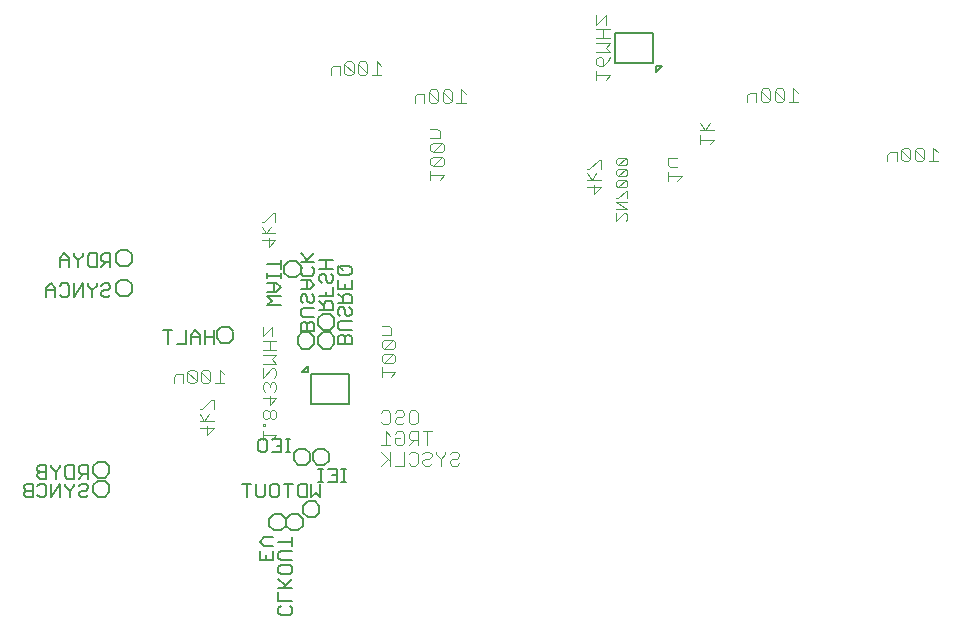
<source format=gbo>
G75*
%MOIN*%
%OFA0B0*%
%FSLAX24Y24*%
%IPPOS*%
%LPD*%
%AMOC8*
5,1,8,0,0,1.08239X$1,22.5*
%
%ADD10C,0.0040*%
%ADD11C,0.0050*%
%ADD12C,0.0060*%
%ADD13C,0.0030*%
D10*
X010263Y008483D02*
X010263Y008789D01*
X010186Y008943D02*
X010339Y009173D01*
X010493Y009327D02*
X010493Y009633D01*
X010416Y009633D01*
X010109Y009327D01*
X010033Y009327D01*
X010033Y009173D02*
X010186Y008943D01*
X010033Y008943D02*
X010493Y008943D01*
X010493Y008713D02*
X010033Y008713D01*
X010263Y008483D02*
X010493Y008713D01*
X012130Y008774D02*
X012130Y008851D01*
X012206Y008851D01*
X012206Y008774D01*
X012130Y008774D01*
X012130Y008621D02*
X012130Y008314D01*
X012130Y008467D02*
X012590Y008467D01*
X012436Y008314D01*
X012436Y009004D02*
X012513Y009004D01*
X012590Y009081D01*
X012590Y009235D01*
X012513Y009311D01*
X012436Y009311D01*
X012360Y009235D01*
X012360Y009081D01*
X012436Y009004D01*
X012360Y009081D02*
X012283Y009004D01*
X012206Y009004D01*
X012130Y009081D01*
X012130Y009235D01*
X012206Y009311D01*
X012283Y009311D01*
X012360Y009235D01*
X012360Y009465D02*
X012360Y009772D01*
X012513Y009925D02*
X012590Y010002D01*
X012590Y010155D01*
X012513Y010232D01*
X012436Y010232D01*
X012360Y010155D01*
X012283Y010232D01*
X012206Y010232D01*
X012130Y010155D01*
X012130Y010002D01*
X012206Y009925D01*
X012360Y010079D02*
X012360Y010155D01*
X012513Y010386D02*
X012590Y010462D01*
X012590Y010616D01*
X012513Y010693D01*
X012436Y010693D01*
X012130Y010386D01*
X012130Y010693D01*
X012130Y010846D02*
X012590Y010846D01*
X012436Y011000D01*
X012590Y011153D01*
X012130Y011153D01*
X012130Y011306D02*
X012590Y011306D01*
X012360Y011306D02*
X012360Y011613D01*
X012436Y011767D02*
X012436Y012074D01*
X012130Y011767D01*
X012130Y012074D01*
X012130Y011613D02*
X012590Y011613D01*
X010847Y010502D02*
X010693Y010655D01*
X010693Y010195D01*
X010540Y010195D02*
X010847Y010195D01*
X010386Y010272D02*
X010079Y010579D01*
X010079Y010272D01*
X010156Y010195D01*
X010309Y010195D01*
X010386Y010272D01*
X010386Y010579D01*
X010309Y010655D01*
X010156Y010655D01*
X010079Y010579D01*
X009926Y010579D02*
X009926Y010272D01*
X009619Y010579D01*
X009619Y010272D01*
X009696Y010195D01*
X009849Y010195D01*
X009926Y010272D01*
X009926Y010579D02*
X009849Y010655D01*
X009696Y010655D01*
X009619Y010579D01*
X009465Y010502D02*
X009235Y010502D01*
X009158Y010425D01*
X009158Y010195D01*
X009465Y010195D02*
X009465Y010502D01*
X012130Y009695D02*
X012590Y009695D01*
X012360Y009465D01*
X016071Y009216D02*
X016148Y009293D01*
X016301Y009293D01*
X016378Y009216D01*
X016378Y008909D01*
X016301Y008833D01*
X016148Y008833D01*
X016071Y008909D01*
X016237Y008599D02*
X016237Y008138D01*
X016390Y008138D02*
X016083Y008138D01*
X016071Y007918D02*
X016378Y007611D01*
X016301Y007688D02*
X016071Y007458D01*
X016378Y007458D02*
X016378Y007918D01*
X016621Y008138D02*
X016544Y008215D01*
X016544Y008368D01*
X016697Y008368D01*
X016851Y008215D02*
X016774Y008138D01*
X016621Y008138D01*
X016851Y008215D02*
X016851Y008522D01*
X016774Y008599D01*
X016621Y008599D01*
X016544Y008522D01*
X016390Y008445D02*
X016237Y008599D01*
X016531Y008909D02*
X016608Y008833D01*
X016762Y008833D01*
X016838Y008909D01*
X016992Y008909D02*
X016992Y009216D01*
X017068Y009293D01*
X017222Y009293D01*
X017299Y009216D01*
X017299Y008909D01*
X017222Y008833D01*
X017068Y008833D01*
X016992Y008909D01*
X016838Y009139D02*
X016762Y009063D01*
X016608Y009063D01*
X016531Y008986D01*
X016531Y008909D01*
X016838Y009139D02*
X016838Y009216D01*
X016762Y009293D01*
X016608Y009293D01*
X016531Y009216D01*
X017081Y008599D02*
X017004Y008522D01*
X017004Y008368D01*
X017081Y008292D01*
X017311Y008292D01*
X017158Y008292D02*
X017004Y008138D01*
X017068Y007918D02*
X017222Y007918D01*
X017299Y007841D01*
X017299Y007534D01*
X017222Y007458D01*
X017068Y007458D01*
X016992Y007534D01*
X016838Y007458D02*
X016531Y007458D01*
X016838Y007458D02*
X016838Y007918D01*
X016992Y007841D02*
X017068Y007918D01*
X017311Y008138D02*
X017311Y008599D01*
X017081Y008599D01*
X017465Y008599D02*
X017772Y008599D01*
X017618Y008599D02*
X017618Y008138D01*
X017682Y007918D02*
X017759Y007841D01*
X017759Y007764D01*
X017682Y007688D01*
X017529Y007688D01*
X017452Y007611D01*
X017452Y007534D01*
X017529Y007458D01*
X017682Y007458D01*
X017759Y007534D01*
X018066Y007458D02*
X018066Y007688D01*
X017913Y007841D01*
X017913Y007918D01*
X017682Y007918D02*
X017529Y007918D01*
X017452Y007841D01*
X018066Y007688D02*
X018219Y007841D01*
X018219Y007918D01*
X018373Y007841D02*
X018450Y007918D01*
X018603Y007918D01*
X018680Y007841D01*
X018680Y007764D01*
X018603Y007688D01*
X018450Y007688D01*
X018373Y007611D01*
X018373Y007534D01*
X018450Y007458D01*
X018603Y007458D01*
X018680Y007534D01*
X016402Y010420D02*
X016555Y010573D01*
X016095Y010573D01*
X016095Y010420D02*
X016095Y010727D01*
X016172Y010880D02*
X016479Y011187D01*
X016172Y011187D01*
X016095Y011111D01*
X016095Y010957D01*
X016172Y010880D01*
X016479Y010880D01*
X016555Y010957D01*
X016555Y011111D01*
X016479Y011187D01*
X016479Y011341D02*
X016172Y011341D01*
X016479Y011648D01*
X016172Y011648D01*
X016095Y011571D01*
X016095Y011418D01*
X016172Y011341D01*
X016479Y011341D02*
X016555Y011418D01*
X016555Y011571D01*
X016479Y011648D01*
X016402Y011801D02*
X016402Y012031D01*
X016325Y012108D01*
X016095Y012108D01*
X016095Y011801D02*
X016402Y011801D01*
X012555Y014963D02*
X012325Y014733D01*
X012325Y015039D01*
X012248Y015193D02*
X012402Y015423D01*
X012555Y015577D02*
X012555Y015883D01*
X012479Y015883D01*
X012172Y015577D01*
X012095Y015577D01*
X012095Y015423D02*
X012248Y015193D01*
X012095Y015193D02*
X012555Y015193D01*
X012555Y014963D02*
X012095Y014963D01*
X017720Y016983D02*
X017720Y017289D01*
X017720Y017136D02*
X018180Y017136D01*
X018027Y016983D01*
X018104Y017443D02*
X017797Y017443D01*
X018104Y017750D01*
X017797Y017750D01*
X017720Y017673D01*
X017720Y017520D01*
X017797Y017443D01*
X018104Y017443D02*
X018180Y017520D01*
X018180Y017673D01*
X018104Y017750D01*
X018104Y017903D02*
X018180Y017980D01*
X018180Y018133D01*
X018104Y018210D01*
X017797Y017903D01*
X017720Y017980D01*
X017720Y018133D01*
X017797Y018210D01*
X018104Y018210D01*
X018027Y018364D02*
X018027Y018594D01*
X017950Y018671D01*
X017720Y018671D01*
X017720Y018364D02*
X018027Y018364D01*
X018104Y017903D02*
X017797Y017903D01*
X017742Y019533D02*
X017895Y019533D01*
X017972Y019609D01*
X017665Y019916D01*
X017665Y019609D01*
X017742Y019533D01*
X017511Y019533D02*
X017511Y019839D01*
X017281Y019839D01*
X017204Y019763D01*
X017204Y019533D01*
X017665Y019916D02*
X017742Y019993D01*
X017895Y019993D01*
X017972Y019916D01*
X017972Y019609D01*
X018125Y019609D02*
X018202Y019533D01*
X018355Y019533D01*
X018432Y019609D01*
X018125Y019916D01*
X018125Y019609D01*
X018432Y019609D02*
X018432Y019916D01*
X018355Y019993D01*
X018202Y019993D01*
X018125Y019916D01*
X018586Y019533D02*
X018893Y019533D01*
X018739Y019533D02*
X018739Y019993D01*
X018893Y019839D01*
X016080Y020470D02*
X015773Y020470D01*
X015927Y020470D02*
X015927Y020930D01*
X016080Y020777D01*
X015620Y020854D02*
X015620Y020547D01*
X015313Y020854D01*
X015313Y020547D01*
X015389Y020470D01*
X015543Y020470D01*
X015620Y020547D01*
X015620Y020854D02*
X015543Y020930D01*
X015389Y020930D01*
X015313Y020854D01*
X015159Y020854D02*
X015159Y020547D01*
X014852Y020854D01*
X014852Y020547D01*
X014929Y020470D01*
X015082Y020470D01*
X015159Y020547D01*
X015159Y020854D02*
X015082Y020930D01*
X014929Y020930D01*
X014852Y020854D01*
X014699Y020777D02*
X014469Y020777D01*
X014392Y020700D01*
X014392Y020470D01*
X014699Y020470D02*
X014699Y020777D01*
X022945Y017347D02*
X023022Y017347D01*
X023329Y017654D01*
X023405Y017654D01*
X023405Y017347D01*
X023252Y017194D02*
X023098Y016963D01*
X022945Y017194D01*
X022945Y016963D02*
X023405Y016963D01*
X023405Y016733D02*
X023175Y016503D01*
X023175Y016810D01*
X022945Y016733D02*
X023405Y016733D01*
X025633Y016949D02*
X025633Y017256D01*
X025633Y017103D02*
X026093Y017103D01*
X025939Y016949D01*
X025939Y017410D02*
X025709Y017410D01*
X025633Y017486D01*
X025633Y017717D01*
X025939Y017717D01*
X026720Y018170D02*
X026720Y018477D01*
X026720Y018630D02*
X027180Y018630D01*
X027027Y018861D02*
X026873Y018630D01*
X026720Y018861D01*
X026720Y018323D02*
X027180Y018323D01*
X027027Y018170D01*
X028283Y019570D02*
X028283Y019800D01*
X028360Y019877D01*
X028590Y019877D01*
X028590Y019570D01*
X028744Y019647D02*
X028821Y019570D01*
X028974Y019570D01*
X029051Y019647D01*
X028744Y019954D01*
X028744Y019647D01*
X028744Y019954D02*
X028821Y020030D01*
X028974Y020030D01*
X029051Y019954D01*
X029051Y019647D01*
X029204Y019647D02*
X029281Y019570D01*
X029434Y019570D01*
X029511Y019647D01*
X029204Y019954D01*
X029204Y019647D01*
X029204Y019954D02*
X029281Y020030D01*
X029434Y020030D01*
X029511Y019954D01*
X029511Y019647D01*
X029665Y019570D02*
X029972Y019570D01*
X029818Y019570D02*
X029818Y020030D01*
X029972Y019877D01*
X032954Y017825D02*
X032954Y017595D01*
X032954Y017825D02*
X033031Y017902D01*
X033261Y017902D01*
X033261Y017595D01*
X033415Y017672D02*
X033492Y017595D01*
X033645Y017595D01*
X033722Y017672D01*
X033415Y017979D01*
X033415Y017672D01*
X033722Y017672D02*
X033722Y017979D01*
X033645Y018055D01*
X033492Y018055D01*
X033415Y017979D01*
X033875Y017979D02*
X034182Y017672D01*
X034105Y017595D01*
X033952Y017595D01*
X033875Y017672D01*
X033875Y017979D01*
X033952Y018055D01*
X034105Y018055D01*
X034182Y017979D01*
X034182Y017672D01*
X034336Y017595D02*
X034643Y017595D01*
X034489Y017595D02*
X034489Y018055D01*
X034643Y017902D01*
X023715Y020467D02*
X023255Y020467D01*
X023255Y020314D02*
X023255Y020621D01*
X023331Y020774D02*
X023255Y020851D01*
X023255Y021004D01*
X023331Y021081D01*
X023408Y021081D01*
X023485Y021004D01*
X023485Y020774D01*
X023331Y020774D01*
X023485Y020774D02*
X023638Y020928D01*
X023715Y021081D01*
X023715Y021235D02*
X023561Y021388D01*
X023715Y021542D01*
X023255Y021542D01*
X023255Y021695D02*
X023715Y021695D01*
X023485Y021695D02*
X023485Y022002D01*
X023561Y022155D02*
X023561Y022462D01*
X023255Y022155D01*
X023255Y022462D01*
X023255Y022002D02*
X023715Y022002D01*
X023715Y021235D02*
X023255Y021235D01*
X023715Y020467D02*
X023561Y020314D01*
D11*
X004463Y006395D02*
X004238Y006395D01*
X004163Y006470D01*
X004163Y006545D01*
X004238Y006620D01*
X004463Y006620D01*
X004624Y006470D02*
X004699Y006395D01*
X004849Y006395D01*
X004924Y006470D01*
X004924Y006770D01*
X004849Y006845D01*
X004699Y006845D01*
X004624Y006770D01*
X004463Y006845D02*
X004238Y006845D01*
X004163Y006770D01*
X004163Y006695D01*
X004238Y006620D01*
X004463Y006395D02*
X004463Y006845D01*
X004699Y007020D02*
X004924Y007020D01*
X004924Y007470D01*
X004699Y007470D01*
X004624Y007395D01*
X004624Y007320D01*
X004699Y007245D01*
X004924Y007245D01*
X005084Y007395D02*
X005084Y007470D01*
X005084Y007395D02*
X005234Y007245D01*
X005234Y007020D01*
X005234Y007245D02*
X005384Y007395D01*
X005384Y007470D01*
X005544Y007395D02*
X005619Y007470D01*
X005845Y007470D01*
X005845Y007020D01*
X005619Y007020D01*
X005544Y007095D01*
X005544Y007395D01*
X006005Y007395D02*
X006005Y007245D01*
X006080Y007170D01*
X006305Y007170D01*
X006305Y007020D02*
X006305Y007470D01*
X006080Y007470D01*
X006005Y007395D01*
X006155Y007170D02*
X006005Y007020D01*
X006080Y006845D02*
X006230Y006845D01*
X006305Y006770D01*
X006305Y006695D01*
X006230Y006620D01*
X006080Y006620D01*
X006005Y006545D01*
X006005Y006470D01*
X006080Y006395D01*
X006230Y006395D01*
X006305Y006470D01*
X006005Y006770D02*
X006080Y006845D01*
X005845Y006845D02*
X005845Y006770D01*
X005694Y006620D01*
X005694Y006395D01*
X005694Y006620D02*
X005544Y006770D01*
X005544Y006845D01*
X005384Y006845D02*
X005084Y006395D01*
X005084Y006845D01*
X005384Y006845D02*
X005384Y006395D01*
X004699Y007020D02*
X004624Y007095D01*
X004624Y007170D01*
X004699Y007245D01*
X008961Y011520D02*
X008961Y011970D01*
X009111Y011970D02*
X008811Y011970D01*
X009271Y011520D02*
X009572Y011520D01*
X009572Y011970D01*
X009732Y011820D02*
X009732Y011520D01*
X009732Y011745D02*
X010032Y011745D01*
X010032Y011820D02*
X009882Y011970D01*
X009732Y011820D01*
X010032Y011820D02*
X010032Y011520D01*
X010192Y011520D02*
X010192Y011970D01*
X010192Y011745D02*
X010493Y011745D01*
X010493Y011520D02*
X010493Y011970D01*
X012280Y012792D02*
X012430Y012942D01*
X012280Y013092D01*
X012730Y013092D01*
X012580Y013252D02*
X012730Y013402D01*
X012580Y013553D01*
X012280Y013553D01*
X012280Y013713D02*
X012280Y013863D01*
X012280Y013788D02*
X012730Y013788D01*
X012730Y013713D02*
X012730Y013863D01*
X012730Y014020D02*
X012730Y014320D01*
X012730Y014170D02*
X012280Y014170D01*
X012505Y013553D02*
X012505Y013252D01*
X012580Y013252D02*
X012280Y013252D01*
X012280Y012792D02*
X012730Y012792D01*
X013395Y012941D02*
X013470Y012866D01*
X013395Y012941D02*
X013395Y013091D01*
X013470Y013166D01*
X013545Y013166D01*
X013620Y013091D01*
X013620Y012941D01*
X013695Y012866D01*
X013770Y012866D01*
X013845Y012941D01*
X013845Y013091D01*
X013770Y013166D01*
X013695Y013326D02*
X013845Y013476D01*
X013695Y013626D01*
X013395Y013626D01*
X013470Y013787D02*
X013395Y013862D01*
X013395Y014012D01*
X013470Y014087D01*
X013395Y014247D02*
X013845Y014247D01*
X013770Y014087D02*
X013845Y014012D01*
X013845Y013862D01*
X013770Y013787D01*
X013470Y013787D01*
X013620Y013626D02*
X013620Y013326D01*
X013695Y013326D02*
X013395Y013326D01*
X014020Y013093D02*
X014470Y013093D01*
X014470Y013393D01*
X014395Y013553D02*
X014320Y013553D01*
X014245Y013628D01*
X014245Y013778D01*
X014170Y013854D01*
X014095Y013854D01*
X014020Y013778D01*
X014020Y013628D01*
X014095Y013553D01*
X014395Y013553D02*
X014470Y013628D01*
X014470Y013778D01*
X014395Y013854D01*
X014470Y014014D02*
X014020Y014014D01*
X014245Y014014D02*
X014245Y014314D01*
X014470Y014314D02*
X014020Y014314D01*
X013845Y014547D02*
X013545Y014247D01*
X013620Y014322D02*
X013395Y014547D01*
X014645Y014110D02*
X014795Y013960D01*
X014720Y014110D02*
X014645Y014035D01*
X014645Y013885D01*
X014720Y013809D01*
X015020Y013809D01*
X015095Y013885D01*
X015095Y014035D01*
X015020Y014110D01*
X014720Y014110D01*
X014645Y013649D02*
X014645Y013349D01*
X015095Y013349D01*
X015095Y013649D01*
X014870Y013499D02*
X014870Y013349D01*
X014870Y013189D02*
X014795Y013114D01*
X014795Y012889D01*
X014795Y013039D02*
X014645Y013189D01*
X014870Y013189D02*
X015020Y013189D01*
X015095Y013114D01*
X015095Y012889D01*
X014645Y012889D01*
X014720Y012729D02*
X014645Y012653D01*
X014645Y012503D01*
X014720Y012428D01*
X014720Y012268D02*
X015095Y012268D01*
X015020Y012428D02*
X014945Y012428D01*
X014870Y012503D01*
X014870Y012653D01*
X014795Y012729D01*
X014720Y012729D01*
X014470Y012633D02*
X014470Y012858D01*
X014395Y012933D01*
X014245Y012933D01*
X014170Y012858D01*
X014170Y012633D01*
X014170Y012783D02*
X014020Y012933D01*
X014245Y013093D02*
X014245Y013243D01*
X014020Y012633D02*
X014470Y012633D01*
X013845Y012706D02*
X013470Y012706D01*
X013395Y012631D01*
X013395Y012480D01*
X013470Y012405D01*
X013845Y012405D01*
X013770Y012245D02*
X013695Y012245D01*
X013620Y012170D01*
X013620Y011945D01*
X013395Y011945D02*
X013395Y012170D01*
X013470Y012245D01*
X013545Y012245D01*
X013620Y012170D01*
X013770Y012245D02*
X013845Y012170D01*
X013845Y011945D01*
X013395Y011945D01*
X014645Y012043D02*
X014720Y011968D01*
X015095Y011968D01*
X015020Y011808D02*
X014945Y011808D01*
X014870Y011733D01*
X014870Y011508D01*
X014870Y011733D02*
X014795Y011808D01*
X014720Y011808D01*
X014645Y011733D01*
X014645Y011508D01*
X015095Y011508D01*
X015095Y011733D01*
X015020Y011808D01*
X014645Y012043D02*
X014645Y012193D01*
X014720Y012268D01*
X015020Y012428D02*
X015095Y012503D01*
X015095Y012653D01*
X015020Y012729D01*
X013627Y010787D02*
X013430Y010591D01*
X013627Y010591D01*
X013627Y010787D01*
X013745Y010492D02*
X013745Y009508D01*
X015005Y009508D01*
X015005Y010492D01*
X013745Y010492D01*
X013055Y008345D02*
X012905Y008345D01*
X012980Y008345D02*
X012980Y007895D01*
X013055Y007895D02*
X012905Y007895D01*
X012748Y007895D02*
X012448Y007895D01*
X012288Y007970D02*
X012213Y007895D01*
X012062Y007895D01*
X011987Y007970D01*
X011987Y008270D01*
X012062Y008345D01*
X012213Y008345D01*
X012288Y008270D01*
X012288Y007970D01*
X012598Y008120D02*
X012748Y008120D01*
X012748Y008345D02*
X012748Y007895D01*
X012748Y008345D02*
X012448Y008345D01*
X013989Y007355D02*
X014139Y007355D01*
X014064Y007355D02*
X014064Y006905D01*
X014055Y006845D02*
X014055Y006395D01*
X013905Y006545D01*
X013755Y006395D01*
X013755Y006845D01*
X013595Y006845D02*
X013595Y006395D01*
X013369Y006395D01*
X013294Y006470D01*
X013294Y006770D01*
X013369Y006845D01*
X013595Y006845D01*
X013989Y006905D02*
X014139Y006905D01*
X014300Y006905D02*
X014600Y006905D01*
X014600Y007355D01*
X014300Y007355D01*
X014450Y007130D02*
X014600Y007130D01*
X014757Y006905D02*
X014907Y006905D01*
X014832Y006905D02*
X014832Y007355D01*
X014907Y007355D02*
X014757Y007355D01*
X013134Y006845D02*
X012834Y006845D01*
X012984Y006845D02*
X012984Y006395D01*
X012674Y006470D02*
X012599Y006395D01*
X012449Y006395D01*
X012374Y006470D01*
X012374Y006770D01*
X012449Y006845D01*
X012599Y006845D01*
X012674Y006770D01*
X012674Y006470D01*
X012213Y006470D02*
X012213Y006845D01*
X011913Y006845D02*
X011913Y006470D01*
X011988Y006395D01*
X012138Y006395D01*
X012213Y006470D01*
X011603Y006395D02*
X011603Y006845D01*
X011753Y006845D02*
X011453Y006845D01*
X012180Y005070D02*
X012480Y005070D01*
X012655Y004920D02*
X013105Y004920D01*
X013105Y004770D02*
X013105Y005070D01*
X013105Y004609D02*
X012730Y004609D01*
X012655Y004534D01*
X012655Y004384D01*
X012730Y004309D01*
X013105Y004309D01*
X013030Y004149D02*
X012730Y004149D01*
X012655Y004074D01*
X012655Y003924D01*
X012730Y003849D01*
X013030Y003849D01*
X013105Y003924D01*
X013105Y004074D01*
X013030Y004149D01*
X013105Y003689D02*
X012805Y003388D01*
X012880Y003463D02*
X012655Y003689D01*
X012655Y003388D02*
X013105Y003388D01*
X012655Y003228D02*
X012655Y002928D01*
X013105Y002928D01*
X013030Y002768D02*
X013105Y002693D01*
X013105Y002543D01*
X013030Y002468D01*
X012730Y002468D01*
X012655Y002543D01*
X012655Y002693D01*
X012730Y002768D01*
X012480Y004309D02*
X012030Y004309D01*
X012030Y004609D01*
X012180Y004770D02*
X012030Y004920D01*
X012180Y005070D01*
X012180Y004770D02*
X012480Y004770D01*
X012480Y004609D02*
X012480Y004309D01*
X012255Y004309D02*
X012255Y004459D01*
X006980Y013083D02*
X007055Y013158D01*
X006980Y013083D02*
X006830Y013083D01*
X006755Y013158D01*
X006755Y013233D01*
X006830Y013308D01*
X006980Y013308D01*
X007055Y013383D01*
X007055Y013458D01*
X006980Y013533D01*
X006830Y013533D01*
X006755Y013458D01*
X006595Y013458D02*
X006444Y013308D01*
X006444Y013083D01*
X006444Y013308D02*
X006294Y013458D01*
X006294Y013533D01*
X006134Y013533D02*
X005834Y013083D01*
X005834Y013533D01*
X005674Y013458D02*
X005674Y013158D01*
X005599Y013083D01*
X005449Y013083D01*
X005374Y013158D01*
X005213Y013083D02*
X005213Y013383D01*
X005063Y013533D01*
X004913Y013383D01*
X004913Y013083D01*
X004913Y013308D02*
X005213Y013308D01*
X005374Y013458D02*
X005449Y013533D01*
X005599Y013533D01*
X005674Y013458D01*
X006134Y013533D02*
X006134Y013083D01*
X006595Y013458D02*
X006595Y013533D01*
X006595Y014083D02*
X006369Y014083D01*
X006294Y014158D01*
X006294Y014458D01*
X006369Y014533D01*
X006595Y014533D01*
X006595Y014083D01*
X006755Y014083D02*
X006905Y014233D01*
X006830Y014233D02*
X007055Y014233D01*
X007055Y014083D02*
X007055Y014533D01*
X006830Y014533D01*
X006755Y014458D01*
X006755Y014308D01*
X006830Y014233D01*
X006134Y014458D02*
X005984Y014308D01*
X005984Y014083D01*
X005984Y014308D02*
X005834Y014458D01*
X005834Y014533D01*
X005674Y014383D02*
X005524Y014533D01*
X005374Y014383D01*
X005374Y014083D01*
X005374Y014308D02*
X005674Y014308D01*
X005674Y014383D02*
X005674Y014083D01*
X006134Y014458D02*
X006134Y014533D01*
X023870Y020883D02*
X023870Y021867D01*
X025130Y021867D01*
X025130Y020883D01*
X023870Y020883D01*
X025248Y020784D02*
X025248Y020588D01*
X025445Y020784D01*
X025248Y020784D01*
D12*
X013395Y014119D02*
X013244Y014270D01*
X013006Y014270D01*
X012855Y014119D01*
X012855Y013881D01*
X013006Y013730D01*
X013254Y013730D01*
X013395Y013871D01*
X013395Y014109D01*
X014131Y012520D02*
X013980Y012369D01*
X013980Y012131D01*
X014131Y011980D01*
X014379Y011980D01*
X014520Y012121D01*
X014520Y012359D01*
X014520Y012369D02*
X014369Y012520D01*
X014131Y012520D01*
X014131Y011895D02*
X013980Y011744D01*
X013980Y011506D01*
X014131Y011355D01*
X014379Y011355D01*
X014520Y011496D01*
X014520Y011734D01*
X014520Y011744D02*
X014369Y011895D01*
X014131Y011895D01*
X013833Y011744D02*
X013681Y011895D01*
X013444Y011895D01*
X013293Y011744D01*
X013293Y011506D01*
X013444Y011355D01*
X013691Y011355D01*
X013833Y011496D01*
X013833Y011734D01*
X011145Y011684D02*
X011004Y011543D01*
X010756Y011543D01*
X010605Y011694D01*
X010605Y011931D01*
X010756Y012083D01*
X010994Y012083D01*
X011145Y011931D01*
X011145Y011921D02*
X011145Y011684D01*
X007770Y013246D02*
X007629Y013105D01*
X007381Y013105D01*
X007230Y013256D01*
X007230Y013494D01*
X007381Y013645D01*
X007619Y013645D01*
X007770Y013494D01*
X007770Y013484D02*
X007770Y013246D01*
X007629Y014105D02*
X007381Y014105D01*
X007230Y014256D01*
X007230Y014494D01*
X007381Y014645D01*
X007619Y014645D01*
X007770Y014494D01*
X007770Y014484D02*
X007770Y014246D01*
X007629Y014105D01*
X013319Y008020D02*
X013168Y007869D01*
X013168Y007631D01*
X013319Y007480D01*
X013566Y007480D01*
X013708Y007621D01*
X013708Y007859D01*
X013708Y007869D02*
X013556Y008020D01*
X013319Y008020D01*
X013793Y007869D02*
X013793Y007631D01*
X013944Y007480D01*
X014191Y007480D01*
X014333Y007621D01*
X014333Y007859D01*
X014333Y007869D02*
X014181Y008020D01*
X013944Y008020D01*
X013793Y007869D01*
X013869Y006270D02*
X013631Y006270D01*
X013480Y006119D01*
X013480Y005881D01*
X013631Y005730D01*
X013879Y005730D01*
X014020Y005871D01*
X014020Y006109D01*
X014020Y006119D02*
X013869Y006270D01*
X013306Y005833D02*
X013458Y005681D01*
X013458Y005671D02*
X013458Y005434D01*
X013316Y005293D01*
X013069Y005293D01*
X012918Y005444D01*
X012918Y005681D01*
X013069Y005833D01*
X013306Y005833D01*
X012895Y005681D02*
X012744Y005833D01*
X012506Y005833D01*
X012355Y005681D01*
X012355Y005444D01*
X012506Y005293D01*
X012754Y005293D01*
X012895Y005434D01*
X012895Y005671D01*
X007020Y006569D02*
X007020Y006816D01*
X006879Y006958D01*
X006641Y006958D01*
X006631Y006958D02*
X006480Y006806D01*
X006480Y006569D01*
X006631Y006418D01*
X006869Y006418D01*
X007020Y006569D01*
X006869Y007043D02*
X006631Y007043D01*
X006480Y007194D01*
X006480Y007431D01*
X006631Y007583D01*
X006641Y007583D02*
X006879Y007583D01*
X007020Y007441D01*
X007020Y007194D01*
X006869Y007043D01*
D13*
X023918Y015625D02*
X024165Y015871D01*
X024227Y015871D01*
X024288Y015810D01*
X024288Y015686D01*
X024227Y015625D01*
X023918Y015625D02*
X023918Y015871D01*
X023918Y015993D02*
X024288Y015993D01*
X023918Y016240D01*
X024288Y016240D01*
X024288Y016361D02*
X024288Y016608D01*
X024227Y016608D01*
X023980Y016361D01*
X023918Y016361D01*
X023980Y016729D02*
X024227Y016976D01*
X023980Y016976D01*
X023918Y016915D01*
X023918Y016791D01*
X023980Y016729D01*
X024227Y016729D01*
X024288Y016791D01*
X024288Y016915D01*
X024227Y016976D01*
X024227Y017098D02*
X023980Y017098D01*
X024227Y017345D01*
X023980Y017345D01*
X023918Y017283D01*
X023918Y017159D01*
X023980Y017098D01*
X024227Y017098D02*
X024288Y017159D01*
X024288Y017283D01*
X024227Y017345D01*
X024227Y017466D02*
X024288Y017528D01*
X024288Y017651D01*
X024227Y017713D01*
X023980Y017466D01*
X023918Y017528D01*
X023918Y017651D01*
X023980Y017713D01*
X024227Y017713D01*
X024227Y017466D02*
X023980Y017466D01*
M02*

</source>
